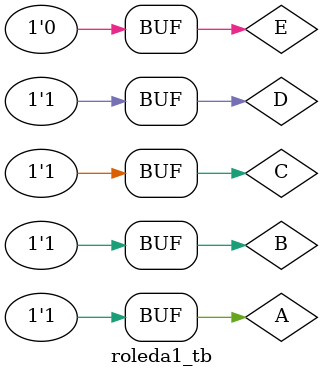
<source format=v>
module roleda1 (input wire A, B, C, D, E,  output wire F);
	assign F = (A + ~B + C) & (~A + D) & (B + ~C + ~E);
endmodule

module roleda1_tb; 
	reg A, B, C, D, E;
	wire F;
		roleda1 uut (A, B, C, D, E, F);
		initial begin
		{A, B, C, D, E} = 5'b00000;
		repeat (31) begin
			#1 {A, B, C, D} = {A, B, C, D} + 1;
		end
	end
	initial begin
		
		$monitor (" time=%0t A=%b B=%b C=%b D=%b E=%b F=%b", $time, A, B, C, D, E, F);
		
		$dumpfile ("roleda_1.vcd");
		
		$dumpvars (0, roleda1_tb);
		
	end
endmodule
</source>
